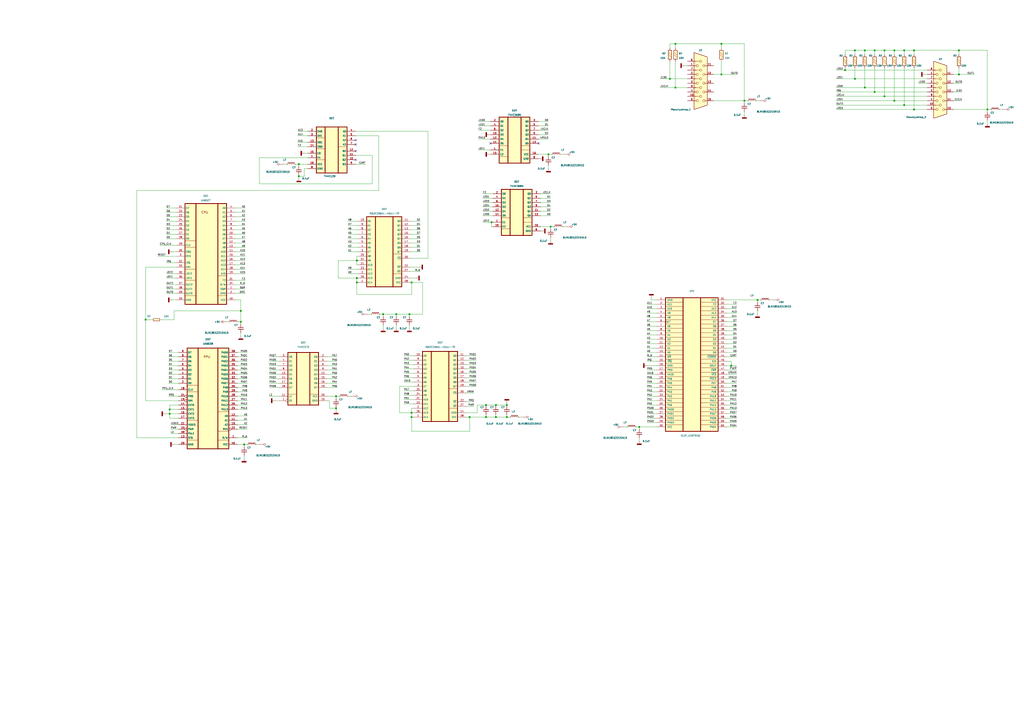
<source format=kicad_sch>
(kicad_sch (version 20211123) (generator eeschema)
  (paper "A2")
  (junction (at 518.795 58.42))
  (junction (at 518.795 29.21))
  (junction (at 281.94 241.935))
  (junction (at 319.405 131.445))
  (junction (at 370.84 247.65))
  (junction (at 207.01 151.13))
  (junction (at 194.945 236.855))
  (junction (at 238.76 163.83))
  (junction (at 98.425 240.03))
  (junction (at 572.77 63.5))
  (junction (at 513.08 55.88))
  (junction (at 207.01 161.29))
  (junction (at 287.655 241.935))
  (junction (at 524.51 60.96))
  (junction (at 490.22 40.64))
  (junction (at 556.26 43.18))
  (junction (at 294.005 241.935))
  (junction (at 238.76 241.935))
  (junction (at 194.945 229.87))
  (junction (at 530.225 63.5))
  (junction (at 173.355 95.25))
  (junction (at 84.455 185.42))
  (junction (at 439.42 173.99))
  (junction (at 391.795 25.4))
  (junction (at 418.465 43.18))
  (junction (at 495.935 45.72))
  (junction (at 141.605 257.81))
  (junction (at 98.425 237.49))
  (junction (at 530.225 29.21))
  (junction (at 513.08 29.21))
  (junction (at 318.135 89.535))
  (junction (at 495.935 29.21))
  (junction (at 424.18 212.09))
  (junction (at 222.25 182.245))
  (junction (at 173.355 102.235))
  (junction (at 287.655 234.95))
  (junction (at 388.62 45.72))
  (junction (at 139.7 180.34))
  (junction (at 507.365 53.34))
  (junction (at 238.76 239.395))
  (junction (at 507.365 29.21))
  (junction (at 229.87 182.245))
  (junction (at 556.26 29.21))
  (junction (at 294.005 234.95))
  (junction (at 207.01 163.83))
  (junction (at 272.415 241.935))
  (junction (at 281.94 234.95))
  (junction (at 285.115 128.905))
  (junction (at 501.65 29.21))
  (junction (at 237.49 182.245))
  (junction (at 431.8 58.42))
  (junction (at 391.795 50.8))
  (junction (at 139.7 186.69))
  (junction (at 501.65 50.8))
  (junction (at 418.465 25.4))
  (junction (at 524.51 29.21))
  (no_connect (at 206.375 83.82))
  (no_connect (at 206.375 87.63))
  (no_connect (at 284.48 83.185))
  (no_connect (at 206.375 92.71))
  (no_connect (at 206.375 81.28))
  (no_connect (at 312.42 83.185))
  (wire (pts (xy 553.085 48.26) (xy 558.165 48.26)))
  (wire (pts (xy 136.525 165.1) (xy 142.24 165.1)))
  (wire (pts (xy 321.31 131.445) (xy 319.405 131.445)))
  (wire (pts (xy 375.285 240.03) (xy 381 240.03)))
  (wire (pts (xy 427.355 184.15) (xy 421.64 184.15)))
  (wire (pts (xy 234.315 231.775) (xy 240.03 231.775)))
  (wire (pts (xy 136.525 120.65) (xy 142.24 120.65)))
  (wire (pts (xy 427.355 207.01) (xy 421.64 207.01)))
  (wire (pts (xy 427.355 245.11) (xy 421.64 245.11)))
  (wire (pts (xy 207.01 148.59) (xy 207.01 151.13)))
  (wire (pts (xy 195.58 224.79) (xy 189.865 224.79)))
  (wire (pts (xy 136.525 128.27) (xy 142.24 128.27)))
  (wire (pts (xy 294.005 234.95) (xy 294.005 233.68)))
  (wire (pts (xy 441.325 173.99) (xy 439.42 173.99)))
  (wire (pts (xy 215.9 90.17) (xy 206.375 90.17)))
  (wire (pts (xy 427.355 196.85) (xy 421.64 196.85)))
  (wire (pts (xy 136.525 170.18) (xy 142.24 170.18)))
  (wire (pts (xy 427.355 222.25) (xy 421.64 222.25)))
  (wire (pts (xy 99.06 251.46) (xy 103.505 251.46)))
  (wire (pts (xy 318.135 95.885) (xy 318.135 97.79)))
  (wire (pts (xy 391.795 25.4) (xy 391.795 27.94)))
  (wire (pts (xy 222.25 182.245) (xy 229.87 182.245)))
  (wire (pts (xy 238.125 163.83) (xy 238.76 163.83)))
  (wire (pts (xy 156.21 222.25) (xy 161.925 222.25)))
  (wire (pts (xy 501.65 29.21) (xy 507.365 29.21)))
  (wire (pts (xy 485.14 60.96) (xy 524.51 60.96)))
  (wire (pts (xy 173.355 101.6) (xy 173.355 102.235)))
  (wire (pts (xy 524.51 60.96) (xy 537.845 60.96)))
  (wire (pts (xy 556.26 39.37) (xy 556.26 43.18)))
  (wire (pts (xy 91.44 148.59) (xy 102.235 148.59)))
  (wire (pts (xy 97.79 219.71) (xy 103.505 219.71)))
  (wire (pts (xy 96.52 170.18) (xy 102.235 170.18)))
  (wire (pts (xy 495.935 39.37) (xy 495.935 45.72)))
  (wire (pts (xy 485.14 40.64) (xy 490.22 40.64)))
  (wire (pts (xy 280.035 125.095) (xy 285.75 125.095)))
  (wire (pts (xy 574.675 63.5) (xy 572.77 63.5)))
  (wire (pts (xy 156.21 229.87) (xy 161.925 229.87)))
  (wire (pts (xy 414.02 58.42) (xy 431.8 58.42)))
  (wire (pts (xy 137.795 246.38) (xy 143.51 246.38)))
  (wire (pts (xy 156.21 224.79) (xy 161.925 224.79)))
  (wire (pts (xy 96.52 128.27) (xy 102.235 128.27)))
  (wire (pts (xy 391.795 50.8) (xy 398.78 50.8)))
  (wire (pts (xy 530.225 39.37) (xy 530.225 63.5)))
  (wire (pts (xy 98.425 234.95) (xy 98.425 237.49)))
  (wire (pts (xy 277.495 70.485) (xy 284.48 70.485)))
  (wire (pts (xy 234.315 221.615) (xy 240.03 221.615)))
  (wire (pts (xy 439.42 173.99) (xy 439.42 175.26)))
  (wire (pts (xy 370.84 247.65) (xy 370.84 248.92)))
  (wire (pts (xy 312.42 73.025) (xy 318.135 73.025)))
  (wire (pts (xy 201.93 138.43) (xy 207.645 138.43)))
  (wire (pts (xy 219.71 110.49) (xy 219.71 78.74)))
  (wire (pts (xy 237.49 182.245) (xy 237.49 183.515)))
  (wire (pts (xy 572.77 69.85) (xy 572.77 71.755)))
  (wire (pts (xy 427.355 212.09) (xy 424.18 212.09)))
  (wire (pts (xy 141.605 257.81) (xy 141.605 259.08)))
  (wire (pts (xy 530.225 29.21) (xy 556.26 29.21)))
  (wire (pts (xy 97.79 217.17) (xy 103.505 217.17)))
  (wire (pts (xy 418.465 43.18) (xy 427.99 43.18)))
  (wire (pts (xy 485.14 58.42) (xy 518.795 58.42)))
  (wire (pts (xy 195.58 207.01) (xy 189.865 207.01)))
  (wire (pts (xy 507.365 39.37) (xy 507.365 53.34)))
  (wire (pts (xy 79.375 110.49) (xy 219.71 110.49)))
  (wire (pts (xy 222.25 182.245) (xy 222.25 183.515)))
  (wire (pts (xy 201.93 130.81) (xy 207.645 130.81)))
  (wire (pts (xy 427.355 179.07) (xy 421.64 179.07)))
  (wire (pts (xy 96.52 165.1) (xy 102.235 165.1)))
  (wire (pts (xy 156.21 217.17) (xy 161.925 217.17)))
  (wire (pts (xy 370.84 247.65) (xy 381 247.65)))
  (wire (pts (xy 207.01 163.83) (xy 207.01 170.815)))
  (wire (pts (xy 381 196.85) (xy 375.285 196.85)))
  (wire (pts (xy 137.795 219.71) (xy 143.51 219.71)))
  (wire (pts (xy 320.04 89.535) (xy 318.135 89.535)))
  (wire (pts (xy 234.315 234.315) (xy 240.03 234.315)))
  (wire (pts (xy 375.285 232.41) (xy 381 232.41)))
  (wire (pts (xy 156.21 214.63) (xy 161.925 214.63)))
  (wire (pts (xy 139.7 180.34) (xy 139.7 186.69)))
  (wire (pts (xy 532.765 48.26) (xy 537.845 48.26)))
  (wire (pts (xy 274.955 233.045) (xy 270.51 233.045)))
  (wire (pts (xy 270.51 241.935) (xy 272.415 241.935)))
  (wire (pts (xy 136.525 167.64) (xy 142.24 167.64)))
  (wire (pts (xy 328.295 131.445) (xy 326.39 131.445)))
  (wire (pts (xy 313.69 112.395) (xy 319.405 112.395)))
  (wire (pts (xy 375.285 237.49) (xy 381 237.49)))
  (wire (pts (xy 234.315 211.455) (xy 240.03 211.455)))
  (wire (pts (xy 427.355 224.79) (xy 421.64 224.79)))
  (wire (pts (xy 375.285 217.17) (xy 381 217.17)))
  (wire (pts (xy 195.58 209.55) (xy 189.865 209.55)))
  (wire (pts (xy 150.495 106.68) (xy 215.9 106.68)))
  (wire (pts (xy 274.955 227.965) (xy 270.51 227.965)))
  (wire (pts (xy 207.01 151.13) (xy 196.215 151.13)))
  (wire (pts (xy 97.79 204.47) (xy 103.505 204.47)))
  (wire (pts (xy 553.085 43.18) (xy 556.26 43.18)))
  (wire (pts (xy 283.845 89.535) (xy 284.48 89.535)))
  (wire (pts (xy 99.695 173.99) (xy 102.235 173.99)))
  (wire (pts (xy 238.125 161.29) (xy 241.3 161.29)))
  (wire (pts (xy 97.79 212.09) (xy 103.505 212.09)))
  (wire (pts (xy 427.355 227.33) (xy 421.64 227.33)))
  (wire (pts (xy 281.94 241.935) (xy 287.655 241.935)))
  (wire (pts (xy 427.355 242.57) (xy 421.64 242.57)))
  (wire (pts (xy 388.62 45.72) (xy 398.78 45.72)))
  (wire (pts (xy 427.355 186.69) (xy 421.64 186.69)))
  (wire (pts (xy 270.51 206.375) (xy 276.225 206.375)))
  (wire (pts (xy 280.035 114.935) (xy 285.75 114.935)))
  (wire (pts (xy 238.76 170.815) (xy 238.76 163.83)))
  (wire (pts (xy 490.22 40.64) (xy 537.845 40.64)))
  (wire (pts (xy 312.42 75.565) (xy 318.135 75.565)))
  (wire (pts (xy 485.14 55.88) (xy 513.08 55.88)))
  (wire (pts (xy 137.795 241.3) (xy 143.51 241.3)))
  (wire (pts (xy 427.355 219.71) (xy 421.64 219.71)))
  (wire (pts (xy 201.93 133.35) (xy 207.645 133.35)))
  (wire (pts (xy 375.285 229.87) (xy 381 229.87)))
  (wire (pts (xy 581.66 63.5) (xy 579.755 63.5)))
  (wire (pts (xy 381 201.93) (xy 375.285 201.93)))
  (wire (pts (xy 96.52 167.64) (xy 102.235 167.64)))
  (wire (pts (xy 427.355 191.77) (xy 421.64 191.77)))
  (wire (pts (xy 313.69 125.095) (xy 319.405 125.095)))
  (wire (pts (xy 238.76 241.935) (xy 238.76 239.395)))
  (wire (pts (xy 234.315 206.375) (xy 240.03 206.375)))
  (wire (pts (xy 137.795 186.69) (xy 139.7 186.69)))
  (wire (pts (xy 283.845 78.105) (xy 284.48 78.105)))
  (wire (pts (xy 215.9 106.68) (xy 215.9 90.17)))
  (wire (pts (xy 189.865 232.41) (xy 191.135 232.41)))
  (wire (pts (xy 203.835 229.87) (xy 201.93 229.87)))
  (wire (pts (xy 427.355 229.87) (xy 421.64 229.87)))
  (wire (pts (xy 388.62 35.56) (xy 388.62 45.72)))
  (wire (pts (xy 137.795 237.49) (xy 143.51 237.49)))
  (wire (pts (xy 276.86 239.395) (xy 276.86 234.95)))
  (wire (pts (xy 201.93 128.27) (xy 207.645 128.27)))
  (wire (pts (xy 433.705 58.42) (xy 431.8 58.42)))
  (wire (pts (xy 270.51 211.455) (xy 276.225 211.455)))
  (wire (pts (xy 172.72 76.2) (xy 178.435 76.2)))
  (wire (pts (xy 313.69 131.445) (xy 319.405 131.445)))
  (wire (pts (xy 136.525 156.21) (xy 142.24 156.21)))
  (wire (pts (xy 207.01 151.13) (xy 207.01 153.67)))
  (wire (pts (xy 207.01 170.815) (xy 238.76 170.815)))
  (wire (pts (xy 201.93 135.89) (xy 207.645 135.89)))
  (wire (pts (xy 136.525 162.56) (xy 142.24 162.56)))
  (wire (pts (xy 96.52 138.43) (xy 102.235 138.43)))
  (wire (pts (xy 238.76 239.395) (xy 238.76 236.855)))
  (wire (pts (xy 220.345 182.245) (xy 222.25 182.245)))
  (wire (pts (xy 375.285 214.63) (xy 381 214.63)))
  (wire (pts (xy 524.51 39.37) (xy 524.51 60.96)))
  (wire (pts (xy 238.76 250.19) (xy 272.415 250.19)))
  (wire (pts (xy 418.465 25.4) (xy 418.465 27.94)))
  (wire (pts (xy 136.525 138.43) (xy 142.24 138.43)))
  (wire (pts (xy 370.84 254) (xy 370.84 255.905)))
  (wire (pts (xy 490.22 29.21) (xy 495.935 29.21)))
  (wire (pts (xy 136.525 143.51) (xy 142.24 143.51)))
  (wire (pts (xy 280.035 122.555) (xy 285.75 122.555)))
  (wire (pts (xy 201.93 156.21) (xy 207.645 156.21)))
  (wire (pts (xy 171.45 95.25) (xy 173.355 95.25)))
  (wire (pts (xy 191.135 232.41) (xy 191.135 236.855)))
  (wire (pts (xy 137.795 207.01) (xy 143.51 207.01)))
  (wire (pts (xy 427.355 176.53) (xy 421.64 176.53)))
  (wire (pts (xy 424.18 212.09) (xy 421.64 212.09)))
  (wire (pts (xy 238.76 241.935) (xy 240.03 241.935)))
  (wire (pts (xy 414.02 43.18) (xy 418.465 43.18)))
  (wire (pts (xy 150.495 257.81) (xy 148.59 257.81)))
  (wire (pts (xy 207.01 161.29) (xy 207.01 163.83)))
  (wire (pts (xy 136.525 125.73) (xy 142.24 125.73)))
  (wire (pts (xy 156.21 212.09) (xy 161.925 212.09)))
  (wire (pts (xy 281.94 234.95) (xy 281.94 235.585)))
  (wire (pts (xy 139.7 186.69) (xy 139.7 187.96)))
  (wire (pts (xy 424.18 209.55) (xy 424.18 212.09)))
  (wire (pts (xy 159.385 232.41) (xy 161.925 232.41)))
  (wire (pts (xy 96.52 123.19) (xy 102.235 123.19)))
  (wire (pts (xy 195.58 217.17) (xy 189.865 217.17)))
  (wire (pts (xy 507.365 29.21) (xy 513.08 29.21)))
  (wire (pts (xy 318.135 89.535) (xy 318.135 90.805)))
  (wire (pts (xy 485.14 53.34) (xy 507.365 53.34)))
  (wire (pts (xy 243.84 138.43) (xy 238.125 138.43)))
  (wire (pts (xy 495.935 29.21) (xy 495.935 31.75)))
  (wire (pts (xy 150.495 91.44) (xy 150.495 106.68)))
  (wire (pts (xy 427.355 237.49) (xy 421.64 237.49)))
  (wire (pts (xy 381 194.31) (xy 375.285 194.31)))
  (wire (pts (xy 280.035 117.475) (xy 285.75 117.475)))
  (wire (pts (xy 272.415 250.19) (xy 272.415 241.935)))
  (wire (pts (xy 98.425 242.57) (xy 103.505 242.57)))
  (wire (pts (xy 524.51 29.21) (xy 524.51 31.75)))
  (wire (pts (xy 572.77 63.5) (xy 572.77 64.77)))
  (wire (pts (xy 84.455 232.41) (xy 84.455 185.42)))
  (wire (pts (xy 495.935 45.72) (xy 537.845 45.72)))
  (wire (pts (xy 195.58 222.25) (xy 189.865 222.25)))
  (wire (pts (xy 207.01 148.59) (xy 207.645 148.59)))
  (wire (pts (xy 495.935 29.21) (xy 501.65 29.21)))
  (wire (pts (xy 421.64 209.55) (xy 424.18 209.55)))
  (wire (pts (xy 173.355 95.25) (xy 178.435 95.25)))
  (wire (pts (xy 136.525 153.67) (xy 142.24 153.67)))
  (wire (pts (xy 272.415 241.935) (xy 281.94 241.935)))
  (wire (pts (xy 206.375 76.2) (xy 248.285 76.2)))
  (wire (pts (xy 381 186.69) (xy 375.285 186.69)))
  (wire (pts (xy 234.315 226.695) (xy 240.03 226.695)))
  (wire (pts (xy 176.53 97.79) (xy 176.53 102.235)))
  (wire (pts (xy 381 181.61) (xy 375.285 181.61)))
  (wire (pts (xy 556.26 29.21) (xy 556.26 31.75)))
  (wire (pts (xy 396.875 38.1) (xy 398.78 38.1)))
  (wire (pts (xy 137.795 254) (xy 143.51 254)))
  (wire (pts (xy 313.69 133.985) (xy 314.325 133.985)))
  (wire (pts (xy 313.69 114.935) (xy 319.405 114.935)))
  (wire (pts (xy 553.085 63.5) (xy 572.77 63.5)))
  (wire (pts (xy 201.93 146.05) (xy 207.645 146.05)))
  (wire (pts (xy 137.795 204.47) (xy 143.51 204.47)))
  (wire (pts (xy 431.8 58.42) (xy 431.8 59.69)))
  (wire (pts (xy 375.285 222.25) (xy 381 222.25)))
  (wire (pts (xy 231.775 239.395) (xy 238.76 239.395)))
  (wire (pts (xy 427.355 199.39) (xy 421.64 199.39)))
  (wire (pts (xy 427.355 247.65) (xy 421.64 247.65)))
  (wire (pts (xy 172.72 78.74) (xy 178.435 78.74)))
  (wire (pts (xy 84.455 185.42) (xy 84.455 154.94)))
  (wire (pts (xy 431.8 25.4) (xy 431.8 58.42)))
  (wire (pts (xy 388.62 25.4) (xy 391.795 25.4)))
  (wire (pts (xy 93.98 226.06) (xy 103.505 226.06)))
  (wire (pts (xy 99.695 146.05) (xy 102.235 146.05)))
  (wire (pts (xy 139.7 193.04) (xy 139.7 194.945)))
  (wire (pts (xy 507.365 53.34) (xy 537.845 53.34)))
  (wire (pts (xy 201.93 143.51) (xy 207.645 143.51)))
  (wire (pts (xy 238.125 157.48) (xy 243.84 157.48)))
  (wire (pts (xy 137.795 227.33) (xy 143.51 227.33)))
  (wire (pts (xy 97.79 207.01) (xy 103.505 207.01)))
  (wire (pts (xy 287.655 241.935) (xy 294.005 241.935)))
  (wire (pts (xy 229.87 182.245) (xy 229.87 183.515)))
  (wire (pts (xy 240.03 224.155) (xy 231.775 224.155)))
  (wire (pts (xy 178.435 91.44) (xy 150.495 91.44)))
  (wire (pts (xy 137.795 229.87) (xy 143.51 229.87)))
  (wire (pts (xy 137.795 232.41) (xy 143.51 232.41)))
  (wire (pts (xy 137.795 222.25) (xy 143.51 222.25)))
  (wire (pts (xy 507.365 29.21) (xy 507.365 31.75)))
  (wire (pts (xy 96.52 130.81) (xy 102.235 130.81)))
  (wire (pts (xy 243.84 140.97) (xy 238.125 140.97)))
  (wire (pts (xy 243.84 143.51) (xy 238.125 143.51)))
  (wire (pts (xy 501.65 39.37) (xy 501.65 50.8)))
  (wire (pts (xy 276.86 234.95) (xy 281.94 234.95)))
  (wire (pts (xy 136.525 158.75) (xy 142.24 158.75)))
  (wire (pts (xy 93.345 185.42) (xy 100.965 185.42)))
  (wire (pts (xy 100.965 257.81) (xy 103.505 257.81)))
  (wire (pts (xy 448.31 173.99) (xy 446.405 173.99)))
  (wire (pts (xy 98.425 237.49) (xy 98.425 240.03)))
  (wire (pts (xy 136.525 151.13) (xy 142.24 151.13)))
  (wire (pts (xy 427.355 204.47) (xy 421.64 204.47)))
  (wire (pts (xy 280.035 112.395) (xy 285.75 112.395)))
  (wire (pts (xy 375.285 207.01) (xy 381 207.01)))
  (wire (pts (xy 196.215 161.29) (xy 207.01 161.29)))
  (wire (pts (xy 381 199.39) (xy 375.285 199.39)))
  (wire (pts (xy 375.285 227.33) (xy 381 227.33)))
  (wire (pts (xy 238.76 250.19) (xy 238.76 241.935)))
  (wire (pts (xy 176.53 88.9) (xy 178.435 88.9)))
  (wire (pts (xy 381 191.77) (xy 375.285 191.77)))
  (wire (pts (xy 427.355 201.93) (xy 421.64 201.93)))
  (wire (pts (xy 98.425 240.03) (xy 98.425 242.57)))
  (wire (pts (xy 427.355 194.31) (xy 421.64 194.31)))
  (wire (pts (xy 427.355 240.03) (xy 421.64 240.03)))
  (wire (pts (xy 375.285 245.11) (xy 381 245.11)))
  (wire (pts (xy 136.525 148.59) (xy 142.24 148.59)))
  (wire (pts (xy 95.885 240.03) (xy 98.425 240.03)))
  (wire (pts (xy 382.905 45.72) (xy 388.62 45.72)))
  (wire (pts (xy 231.775 224.155) (xy 231.775 239.395)))
  (wire (pts (xy 207.01 153.67) (xy 207.645 153.67)))
  (wire (pts (xy 189.865 229.87) (xy 194.945 229.87)))
  (wire (pts (xy 513.08 29.21) (xy 513.08 31.75)))
  (wire (pts (xy 201.93 140.97) (xy 207.645 140.97)))
  (wire (pts (xy 92.71 142.24) (xy 102.235 142.24)))
  (wire (pts (xy 553.085 58.42) (xy 558.165 58.42)))
  (wire (pts (xy 518.795 29.21) (xy 524.51 29.21)))
  (wire (pts (xy 237.49 188.595) (xy 237.49 190.5)))
  (wire (pts (xy 191.135 236.855) (xy 194.945 236.855)))
  (wire (pts (xy 137.795 217.17) (xy 143.51 217.17)))
  (wire (pts (xy 294.005 235.585) (xy 294.005 234.95)))
  (wire (pts (xy 319.405 131.445) (xy 319.405 132.715)))
  (wire (pts (xy 375.285 212.09) (xy 381 212.09)))
  (wire (pts (xy 97.79 229.87) (xy 103.505 229.87)))
  (wire (pts (xy 427.355 217.17) (xy 421.64 217.17)))
  (wire (pts (xy 427.355 234.95) (xy 421.64 234.95)))
  (wire (pts (xy 270.51 213.995) (xy 276.225 213.995)))
  (wire (pts (xy 518.795 29.21) (xy 518.795 31.75)))
  (wire (pts (xy 327.025 89.535) (xy 325.12 89.535)))
  (wire (pts (xy 248.285 76.2) (xy 248.285 149.86)))
  (wire (pts (xy 287.655 240.665) (xy 287.655 241.935)))
  (wire (pts (xy 418.465 25.4) (xy 431.8 25.4)))
  (wire (pts (xy 194.945 229.87) (xy 194.945 231.14)))
  (wire (pts (xy 375.285 204.47) (xy 381 204.47)))
  (wire (pts (xy 238.125 146.05) (xy 243.84 146.05)))
  (wire (pts (xy 79.375 254) (xy 79.375 110.49)))
  (wire (pts (xy 229.87 188.595) (xy 229.87 190.5)))
  (wire (pts (xy 195.58 212.09) (xy 189.865 212.09)))
  (wire (pts (xy 490.22 39.37) (xy 490.22 40.64)))
  (wire (pts (xy 96.52 158.75) (xy 102.235 158.75)))
  (wire (pts (xy 295.91 241.935) (xy 294.005 241.935)))
  (wire (pts (xy 439.42 180.34) (xy 439.42 182.245)))
  (wire (pts (xy 485.14 50.8) (xy 501.65 50.8)))
  (wire (pts (xy 99.06 246.38) (xy 103.505 246.38)))
  (wire (pts (xy 176.53 102.235) (xy 173.355 102.235)))
  (wire (pts (xy 312.42 92.075) (xy 313.055 92.075)))
  (wire (pts (xy 207.01 163.83) (xy 207.645 163.83)))
  (wire (pts (xy 238.76 239.395) (xy 240.03 239.395)))
  (wire (pts (xy 243.84 135.89) (xy 238.125 135.89)))
  (wire (pts (xy 97.79 214.63) (xy 103.505 214.63)))
  (wire (pts (xy 277.495 86.995) (xy 284.48 86.995)))
  (wire (pts (xy 381 184.15) (xy 375.285 184.15)))
  (wire (pts (xy 281.94 240.665) (xy 281.94 241.935)))
  (wire (pts (xy 136.525 133.35) (xy 142.24 133.35)))
  (wire (pts (xy 375.285 242.57) (xy 381 242.57)))
  (wire (pts (xy 536.575 43.18) (xy 537.845 43.18)))
  (wire (pts (xy 530.225 29.21) (xy 530.225 31.75)))
  (wire (pts (xy 427.355 232.41) (xy 421.64 232.41)))
  (wire (pts (xy 99.06 248.92) (xy 103.505 248.92)))
  (wire (pts (xy 312.42 78.105) (xy 318.135 78.105)))
  (wire (pts (xy 277.495 80.645) (xy 284.48 80.645)))
  (wire (pts (xy 427.355 189.23) (xy 421.64 189.23)))
  (wire (pts (xy 194.945 236.855) (xy 194.945 238.125)))
  (wire (pts (xy 136.525 140.97) (xy 142.24 140.97)))
  (wire (pts (xy 100.965 185.42) (xy 100.965 180.34)))
  (wire (pts (xy 572.77 63.5) (xy 572.77 29.21)))
  (wire (pts (xy 243.84 133.35) (xy 238.125 133.35)))
  (wire (pts (xy 84.455 185.42) (xy 88.265 185.42)))
  (wire (pts (xy 176.53 97.79) (xy 178.435 97.79)))
  (wire (pts (xy 173.355 95.25) (xy 173.355 96.52)))
  (wire (pts (xy 281.94 234.95) (xy 287.655 234.95)))
  (wire (pts (xy 440.69 58.42) (xy 438.785 58.42)))
  (wire (pts (xy 137.795 214.63) (xy 143.51 214.63)))
  (wire (pts (xy 139.7 173.99) (xy 139.7 180.34)))
  (wire (pts (xy 382.905 50.8) (xy 391.795 50.8)))
  (wire (pts (xy 136.525 130.81) (xy 142.24 130.81)))
  (wire (pts (xy 490.22 31.75) (xy 490.22 29.21)))
  (wire (pts (xy 222.25 188.595) (xy 222.25 190.5)))
  (wire (pts (xy 136.525 146.05) (xy 142.24 146.05)))
  (wire (pts (xy 206.375 95.25) (xy 212.09 95.25)))
  (wire (pts (xy 556.26 43.18) (xy 565.15 43.18)))
  (wire (pts (xy 201.93 158.75) (xy 207.645 158.75)))
  (wire (pts (xy 375.285 234.95) (xy 381 234.95)))
  (wire (pts (xy 391.795 35.56) (xy 391.795 50.8)))
  (wire (pts (xy 377.825 173.99) (xy 377.825 172.72)))
  (wire (pts (xy 156.21 209.55) (xy 161.925 209.55)))
  (wire (pts (xy 285.75 131.445) (xy 285.115 131.445)))
  (wire (pts (xy 96.52 133.35) (xy 102.235 133.35)))
  (wire (pts (xy 143.51 257.81) (xy 141.605 257.81)))
  (wire (pts (xy 238.125 149.86) (xy 248.285 149.86)))
  (wire (pts (xy 530.225 63.5) (xy 537.845 63.5)))
  (wire (pts (xy 302.895 241.935) (xy 300.99 241.935)))
  (wire (pts (xy 196.85 229.87) (xy 194.945 229.87)))
  (wire (pts (xy 319.405 137.795) (xy 319.405 139.7)))
  (wire (pts (xy 375.285 209.55) (xy 381 209.55)))
  (wire (pts (xy 97.79 222.25) (xy 103.505 222.25)))
  (wire (pts (xy 130.81 186.69) (xy 132.715 186.69)))
  (wire (pts (xy 195.58 214.63) (xy 189.865 214.63)))
  (wire (pts (xy 234.315 213.995) (xy 240.03 213.995)))
  (wire (pts (xy 280.035 120.015) (xy 285.75 120.015)))
  (wire (pts (xy 501.65 29.21) (xy 501.65 31.75)))
  (wire (pts (xy 156.21 207.01) (xy 161.925 207.01)))
  (wire (pts (xy 164.465 95.25) (xy 166.37 95.25)))
  (wire (pts (xy 313.69 117.475) (xy 319.405 117.475)))
  (wire (pts (xy 277.495 75.565) (xy 284.48 75.565)))
  (wire (pts (xy 172.72 82.55) (xy 178.435 82.55)))
  (wire (pts (xy 207.01 151.13) (xy 207.645 151.13)))
  (wire (pts (xy 96.52 161.29) (xy 102.235 161.29)))
  (wire (pts (xy 213.36 182.245) (xy 215.265 182.245)))
  (wire (pts (xy 270.51 219.075) (xy 276.225 219.075)))
  (wire (pts (xy 96.52 135.89) (xy 102.235 135.89)))
  (wire (pts (xy 173.355 102.235) (xy 173.355 103.505)))
  (wire (pts (xy 421.64 173.99) (xy 439.42 173.99)))
  (wire (pts (xy 96.52 152.4) (xy 102.235 152.4)))
  (wire (pts (xy 361.95 247.65) (xy 363.855 247.65)))
  (wire (pts (xy 270.51 224.155) (xy 276.225 224.155)))
  (wire (pts (xy 287.655 234.95) (xy 287.655 235.585)))
  (wire (pts (xy 196.215 151.13) (xy 196.215 161.29)))
  (wire (pts (xy 103.505 254) (xy 79.375 254)))
  (wire (pts (xy 285.115 131.445) (xy 285.115 128.905)))
  (wire (pts (xy 501.65 50.8) (xy 537.845 50.8)))
  (wire (pts (xy 375.285 224.79) (xy 381 224.79)))
  (wire (pts (xy 237.49 182.245) (xy 245.11 182.245)))
  (wire (pts (xy 312.42 80.645) (xy 318.135 80.645)))
  (wire (pts (xy 243.84 130.81) (xy 238.125 130.81)))
  (wire (pts (xy 100.965 180.34) (xy 139.7 180.34)))
  (wire (pts (xy 136.525 123.19) (xy 142.24 123.19)))
  (wire (pts (xy 172.72 85.09) (xy 178.435 85.09)))
  (wire (pts (xy 427.355 214.63) (xy 421.64 214.63)))
  (wire (pts (xy 274.955 235.585) (xy 270.51 235.585)))
  (wire (pts (xy 234.315 229.235) (xy 240.03 229.235)))
  (wire (pts (xy 96.52 125.73) (xy 102.235 125.73)))
  (wire (pts (xy 229.87 182.245) (xy 237.49 182.245)))
  (wire (pts (xy 285.115 128.905) (xy 285.75 128.905)))
  (wire (pts (xy 136.525 135.89) (xy 142.24 135.89)))
  (wire (pts (xy 572.77 29.21) (xy 556.26 29.21)))
  (wire (pts (xy 524.51 29.21) (xy 530.225 29.21)))
  (wire (pts (xy 137.795 212.09) (xy 143.51 212.09)))
  (wire (pts (xy 96.52 120.65) (xy 102.235 120.65)))
  (wire (pts (xy 98.425 237.49) (xy 103.505 237.49)))
  (wire (pts (xy 427.355 181.61) (xy 421.64 181.61)))
  (wire (pts (xy 234.315 208.915) (xy 240.03 208.915)))
  (wire (pts (xy 388.62 27.94) (xy 388.62 25.4)))
  (wire (pts (xy 294.005 241.935) (xy 294.005 240.665)))
  (wire (pts (xy 103.505 234.95) (xy 98.425 234.95)))
  (wire (pts (xy 312.42 89.535) (xy 318.135 89.535)))
  (wire (pts (xy 234.315 216.535) (xy 240.03 216.535)))
  (wire (pts (xy 513.08 39.37) (xy 513.08 55.88)))
  (wire (pts (xy 207.01 161.29) (xy 207.645 161.29)))
  (wire (pts (xy 245.11 182.245) (xy 245.11 163.83)))
  (wire (pts (xy 84.455 154.94) (xy 102.235 154.94)))
  (wire (pts (xy 313.69 120.015) (xy 319.405 120.015)))
  (wire (pts (xy 518.795 39.37) (xy 518.795 58.42)))
  (wire (pts (xy 270.51 221.615) (xy 276.225 221.615)))
  (wire (pts (xy 137.795 209.55) (xy 143.51 209.55)))
  (wire (pts (xy 141.605 264.16) (xy 141.605 266.065)))
  (wire (pts (xy 391.795 25.4) (xy 418.465 25.4)))
  (wire (pts (xy 431.8 64.77) (xy 431.8 66.675)))
  (wire (pts (xy 137.795 224.79) (xy 143.51 224.79)))
  (wire (pts (xy 136.525 173.99) (xy 139.7 173.99)))
  (wire (pts (xy 418.465 35.56) (xy 418.465 43.18)))
  (wire (pts (xy 485.14 63.5) (xy 530.225 63.5)))
  (wire (pts (xy 312.42 70.485) (xy 318.135 70.485)))
  (wire (pts (xy 137.795 257.81) (xy 141.605 257.81)))
  (wire (pts (xy 98.425 240.03) (xy 103.505 240.03)))
  (wire (pts (xy 381 173.99) (xy 377.825 173.99)))
  (wire (pts (xy 375.285 219.71) (xy 381 219.71)))
  (wire (pts (xy 234.315 219.075) (xy 240.03 219.075)))
  (wire (pts (xy 103.505 232.41) (xy 84.455 232.41)))
  (wire (pts (xy 270.51 208.915) (xy 276.225 208.915)))
  (wire (pts (xy 287.655 234.95) (xy 294.005 234.95)))
  (wire (pts (xy 137.795 243.84) (xy 143.51 243.84)))
  (wire (pts (xy 219.71 78.74) (xy 206.375 78.74)))
  (wire (pts (xy 243.84 128.27) (xy 238.125 128.27)))
  (wire (pts (xy 238.125 154.94) (xy 243.205 154.94)))
  (wire (pts (xy 194.945 236.22) (xy 194.945 236.855)))
  (wire (pts (xy 381 189.23) (xy 375.285 189.23)))
  (wire (pts (xy 137.795 234.95) (xy 143.51 234.95)))
  (wire (pts (xy 137.795 248.92) (xy 143.51 248.92)))
  (wire (pts (xy 485.14 45.72) (xy 495.935 45.72)))
  (wire (pts (xy 518.795 58.42) (xy 537.845 58.42)))
  (wire (pts (xy 245.11 163.83) (xy 238.76 163.83)))
  (wire (pts (xy 553.085 53.34) (xy 558.165 53.34)))
  (wire (pts (xy 277.495 73.025) (xy 284.48 73.025)))
  (wire (pts (xy 238.76 236.855) (xy 240.03 236.855)))
  (wire (pts (xy 313.69 122.555) (xy 319.405 122.555)))
  (wire (pts (xy 270.51 216.535) (xy 276.225 216.535)))
  (wire (pts (xy 97.79 209.55) (xy 103.505 209.55)))
  (wire (pts (xy 195.58 219.71) (xy 189.865 219.71)))
  (wire (pts (xy 381 179.07) (xy 375.285 179.07)))
  (wire (pts (xy 280.035 128.905) (xy 285.115 128.905)))
  (wire (pts (xy 513.08 55.88) (xy 537.845 55.88)))
  (wire (pts (xy 368.935 247.65) (xy 370.84 247.65)))
  (wire (pts (xy 513.08 29.21) (xy 518.795 29.21)))
  (wire (pts (xy 270.51 239.395) (xy 276.86 239.395)))
  (wire (pts (xy 156.21 219.71) (xy 161.925 219.71)))
  (wire (pts (xy 381 176.53) (xy 375.285 176.53)))
  (label "PA8" (at 427.355 224.79 180) (effects (font (size 1 1))))
  (label "D1" (at 319.405 114.935 180) (effects (font (size 1 1))))
  (label "JOY2" (at 96.52 158.75 0) (effects (font (size 1 1))))
  (label "D1" (at 427.355 201.93 180) (effects (font (size 1 1))))
  (label "A2" (at 201.93 143.51 0) (effects (font (size 1 1))))
  (label "D1" (at 243.84 143.51 180) (effects (font (size 1 1))))
  (label "R_W" (at 142.24 165.1 180) (effects (font (size 1 1))))
  (label "PWR" (at 427.355 214.63 180))
  (label "D7" (at 427.355 186.69 180) (effects (font (size 1 1))))
  (label "J1D0" (at 532.765 48.26 0) (effects (font (size 1 1))))
  (label "D2" (at 97.79 217.17 0) (effects (font (size 1 1))))
  (label "A9" (at 142.24 143.51 180) (effects (font (size 1 1))))
  (label "PA11" (at 143.51 232.41 180) (effects (font (size 1 1))))
  (label "PAD6" (at 276.225 219.075 180) (effects (font (size 1 1))))
  (label "A11" (at 375.285 176.53 0) (effects (font (size 1 1))))
  (label "D6" (at 427.355 189.23 180) (effects (font (size 1 1))))
  (label "PA10" (at 427.355 229.87 180) (effects (font (size 1 1))))
  (label "PA5" (at 234.315 216.535 0) (effects (font (size 1 1))))
  (label "D3" (at 243.84 140.97 180) (effects (font (size 1 1))))
  (label "PA11" (at 427.355 232.41 180) (effects (font (size 1 1))))
  (label "A8" (at 201.93 128.27 0) (effects (font (size 1 1))))
  (label "PA10" (at 143.51 229.87 180) (effects (font (size 1 1))))
  (label "PA9" (at 234.315 234.315 0) (effects (font (size 1 1))))
  (label "D2" (at 96.52 133.35 0) (effects (font (size 1 1))))
  (label "J2D3" (at 485.14 63.5 0) (effects (font (size 1 1))))
  (label "J2D1" (at 485.14 45.72 0) (effects (font (size 1 1))))
  (label "OUT0" (at 558.165 48.26 180) (effects (font (size 1 1))))
  (label "A9" (at 375.285 181.61 0) (effects (font (size 1 1))))
  (label "PA1" (at 375.285 232.41 0) (effects (font (size 1 1))))
  (label "D5" (at 427.355 191.77 180) (effects (font (size 1 1))))
  (label "IRQ" (at 375.285 209.55 0) (effects (font (size 1 1))))
  (label "PA4" (at 375.285 224.79 0) (effects (font (size 1 1))))
  (label "nPA13" (at 427.355 219.71 180) (effects (font (size 1 1))))
  (label "D3" (at 97.79 214.63 0) (effects (font (size 1 1))))
  (label "R_W" (at 375.285 207.01 0) (effects (font (size 1 1))))
  (label "PAD6" (at 427.355 242.57 180) (effects (font (size 1 1))))
  (label "F2" (at 280.035 112.395 0) (effects (font (size 1 1))))
  (label "A5" (at 201.93 135.89 0) (effects (font (size 1 1))))
  (label "D6" (at 96.52 123.19 0) (effects (font (size 1 1))))
  (label "CART" (at 212.09 95.25 180) (effects (font (size 1 1))))
  (label "A7" (at 142.24 138.43 180) (effects (font (size 1 1))))
  (label "PAD4" (at 143.51 214.63 180) (effects (font (size 1 1))))
  (label "PAD2" (at 276.225 208.915 180) (effects (font (size 1 1))))
  (label "LE" (at 99.06 251.46 0) (effects (font (size 1 1))))
  (label "PAD0" (at 143.51 204.47 180) (effects (font (size 1 1))))
  (label "VIDEO" (at 99.06 246.38 0) (effects (font (size 1 1))))
  (label "PA0" (at 234.315 206.375 0) (effects (font (size 1 1))))
  (label "D2" (at 319.405 122.555 180) (effects (font (size 1 1))))
  (label "PA5" (at 195.58 209.55 180) (effects (font (size 1 1))))
  (label "PA6" (at 195.58 224.79 180) (effects (font (size 1 1))))
  (label "D7" (at 243.84 135.89 180) (effects (font (size 1 1))))
  (label "F2" (at 427.355 176.53 180) (effects (font (size 1 1))))
  (label "PAD6" (at 143.51 219.71 180) (effects (font (size 1 1))))
  (label "A14" (at 427.355 184.15 180) (effects (font (size 1 1))))
  (label "PWR" (at 274.955 235.585 180) (effects (font (size 1 1))))
  (label "D7" (at 97.79 204.47 0) (effects (font (size 1 1))))
  (label "PWR" (at 99.06 248.92 0) (effects (font (size 1 1))))
  (label "RESET" (at 91.44 148.59 0) (effects (font (size 1 1))))
  (label "A2" (at 375.285 199.39 0) (effects (font (size 1 1))))
  (label "PAD5" (at 427.355 245.11 180) (effects (font (size 1 1))))
  (label "J1CLK" (at 558.165 58.42 180) (effects (font (size 1 1))))
  (label "J2D4" (at 485.14 58.42 0) (effects (font (size 1 1))))
  (label "PA13" (at 277.495 80.645 0) (effects (font (size 1 1))))
  (label "A9" (at 201.93 156.21 0) (effects (font (size 1 1))))
  (label "A15" (at 142.24 158.75 180) (effects (font (size 1 1))))
  (label "A1" (at 142.24 123.19 180) (effects (font (size 1 1))))
  (label "OUT2" (at 96.52 165.1 0) (effects (font (size 1 1))))
  (label "OUT1" (at 565.15 43.18 180) (effects (font (size 1 1))))
  (label "nPA13" (at 318.135 80.645 180) (effects (font (size 1 1))))
  (label "J2D0" (at 485.14 50.8 0) (effects (font (size 1 1))))
  (label "A13" (at 142.24 153.67 180) (effects (font (size 1 1))))
  (label "A1" (at 143.51 243.84 180) (effects (font (size 1 1))))
  (label "PAD7" (at 156.21 207.01 0) (effects (font (size 1 1))))
  (label "J2D2" (at 280.035 122.555 0) (effects (font (size 1 1))))
  (label "PRD" (at 274.955 233.045 180) (effects (font (size 1 1))))
  (label "PA9" (at 427.355 227.33 180) (effects (font (size 1 1))))
  (label "R_W" (at 143.51 254 180) (effects (font (size 1 1))))
  (label "DMC" (at 142.24 170.18 180) (effects (font (size 1 1))))
  (label "A7" (at 375.285 186.69 0) (effects (font (size 1 1))))
  (label "J1D1" (at 277.495 73.025 0) (effects (font (size 1 1))))
  (label "D0" (at 319.405 125.095 180) (effects (font (size 1 1))))
  (label "A4" (at 142.24 130.81 180) (effects (font (size 1 1))))
  (label "A0" (at 142.24 120.65 180) (effects (font (size 1 1))))
  (label "D6" (at 97.79 207.01 0) (effects (font (size 1 1))))
  (label "PAD3" (at 375.285 245.11 0) (effects (font (size 1 1))))
  (label "PA13" (at 427.355 237.49 180) (effects (font (size 1 1))))
  (label "PAD6" (at 156.21 224.79 0) (effects (font (size 1 1))))
  (label "A8" (at 375.285 184.15 0) (effects (font (size 1 1))))
  (label "D4" (at 319.405 120.015 180) (effects (font (size 1 1))))
  (label "PA8" (at 143.51 224.79 180) (effects (font (size 1 1))))
  (label "J1D0" (at 382.905 45.72 0) (effects (font (size 1 1))))
  (label "VRAM" (at 274.955 227.965 180) (effects (font (size 1 1))))
  (label "PRD" (at 97.79 229.87 0) (effects (font (size 1 1))))
  (label "A12" (at 427.355 179.07 180) (effects (font (size 1 1))))
  (label "A2" (at 142.24 125.73 180) (effects (font (size 1 1))))
  (label "PRD" (at 375.285 214.63 0) (effects (font (size 1 1))))
  (label "PAD2" (at 143.51 209.55 180) (effects (font (size 1 1))))
  (label "PA3" (at 234.315 211.455 0) (effects (font (size 1 1))))
  (label "J2D4" (at 280.035 120.015 0) (effects (font (size 1 1))))
  (label "D0" (at 318.135 70.485 180) (effects (font (size 1 1))))
  (label "OUT0" (at 427.99 43.18 180) (effects (font (size 1 1))))
  (label "D1" (at 97.79 219.71 0) (effects (font (size 1 1))))
  (label "PAD5" (at 143.51 217.17 180) (effects (font (size 1 1))))
  (label "OUT0" (at 96.52 170.18 0) (effects (font (size 1 1))))
  (label "A7" (at 201.93 130.81 0) (effects (font (size 1 1))))
  (label "PAD1" (at 276.225 206.375 180) (effects (font (size 1 1))))
  (label "D3" (at 96.52 130.81 0) (effects (font (size 1 1))))
  (label "J1CLK" (at 318.135 75.565 180) (effects (font (size 1 1))))
  (label "LE" (at 156.21 229.87 0) (effects (font (size 1 1))))
  (label "A1" (at 375.285 201.93 0) (effects (font (size 1 1))))
  (label "IRQ" (at 485.14 53.34 0) (effects (font (size 1 1))))
  (label "F2" (at 277.495 75.565 0) (effects (font (size 1 1))))
  (label "OUT1" (at 96.52 167.64 0) (effects (font (size 1 1))))
  (label "PAD7" (at 427.355 240.03 180) (effects (font (size 1 1))))
  (label "A3" (at 375.285 196.85 0) (effects (font (size 1 1))))
  (label "A11" (at 142.24 148.59 180) (effects (font (size 1 1))))
  (label "PAD4" (at 156.21 222.25 0) (effects (font (size 1 1))))
  (label "D1" (at 318.135 73.025 180) (effects (font (size 1 1))))
  (label "RESET" (at 143.51 248.92 180) (effects (font (size 1 1))))
  (label "J2D3" (at 280.035 117.475 0) (effects (font (size 1 1))))
  (label "A0" (at 201.93 158.75 0) (effects (font (size 1 1))))
  (label "A15" (at 172.72 82.55 0) (effects (font (size 1 1))))
  (label "D1" (at 96.52 135.89 0) (effects (font (size 1 1))))
  (label "D3" (at 319.405 117.475 180) (effects (font (size 1 1))))
  (label "F2" (at 172.72 85.09 0) (effects (font (size 1 1))))
  (label "A14" (at 142.24 156.21 180) (effects (font (size 1 1))))
  (label "A8" (at 142.24 140.97 180) (effects (font (size 1 1))))
  (label "F2" (at 142.24 162.56 180) (effects (font (size 1 1))))
  (label "A4" (at 201.93 138.43 0) (effects (font (size 1 1))))
  (label "IRQ" (at 96.52 152.4 0) (effects (font (size 1 1))))
  (label "PA2" (at 234.315 208.915 0) (effects (font (size 1 1))))
  (label "VRAM" (at 427.355 217.17 180))
  (label "D3" (at 427.355 196.85 180) (effects (font (size 1 1))))
  (label "PA7" (at 195.58 207.01 180) (effects (font (size 1 1))))
  (label "D2" (at 427.355 199.39 180) (effects (font (size 1 1))))
  (label "PA12" (at 427.355 234.95 180) (effects (font (size 1 1))))
  (label "J2D0" (at 280.035 125.095 0) (effects (font (size 1 1))))
  (label "A10" (at 375.285 179.07 0) (effects (font (size 1 1))))
  (label "PAD1" (at 156.21 214.63 0) (effects (font (size 1 1))))
  (label "CART" (at 427.355 207.01 180) (effects (font (size 1 1))))
  (label "R_W" (at 243.84 157.48 180) (effects (font (size 1 1))))
  (label "J2D2" (at 485.14 40.64 0) (effects (font (size 1 1))))
  (label "PA1" (at 234.315 231.775 0) (effects (font (size 1 1))))
  (label "A2" (at 143.51 246.38 180) (effects (font (size 1 1))))
  (label "A13" (at 172.72 76.2 0) (effects (font (size 1 1))))
  (label "PA12" (at 143.51 234.95 180) (effects (font (size 1 1))))
  (label "J1D1" (at 558.165 53.34 180) (effects (font (size 1 1))))
  (label "PA7" (at 234.315 226.695 0) (effects (font (size 1 1))))
  (label "PAD2" (at 375.285 242.57 0) (effects (font (size 1 1))))
  (label "D5" (at 96.52 125.73 0) (effects (font (size 1 1))))
  (label "A3" (at 142.24 128.27 180) (effects (font (size 1 1))))
  (label "PA2" (at 195.58 219.71 180) (effects (font (size 1 1))))
  (label "A0" (at 143.51 241.3 180) (effects (font (size 1 1))))
  (label "J1D0" (at 277.495 70.485 0) (effects (font (size 1 1))))
  (label "J2CLK" (at 319.405 112.395 180) (effects (font (size 1 1))))
  (label "D4" (at 96.52 128.27 0) (effects (font (size 1 1))))
  (label "PA0" (at 375.285 234.95 0) (effects (font (size 1 1))))
  (label "PAD3" (at 276.225 211.455 180) (effects (font (size 1 1))))
  (label "PA7" (at 427.355 222.25 180) (effects (font (size 1 1))))
  (label "A5" (at 142.24 133.35 180) (effects (font (size 1 1))))
  (label "PAD7" (at 276.225 221.615 180) (effects (font (size 1 1))))
  (label "D5" (at 243.84 138.43 180) (effects (font (size 1 1))))
  (label "JOY2" (at 280.035 128.905 0) (effects (font (size 1 1))))
  (label "PAD0" (at 276.225 224.155 180) (effects (font (size 1 1))))
  (label "PA4" (at 195.58 222.25 180) (effects (font (size 1 1))))
  (label "D4" (at 243.84 130.81 180) (effects (font (size 1 1))))
  (label "PA8" (at 234.315 229.235 0) (effects (font (size 1 1))))
  (label "PPU_CLK" (at 93.98 226.06 0) (effects (font (size 1 1))))
  (label "PA3" (at 195.58 212.09 180) (effects (font (size 1 1))))
  (label "PA5" (at 375.285 222.25 0) (effects (font (size 1 1))))
  (label "A5" (at 375.285 191.77 0) (effects (font (size 1 1))))
  (label "A12" (at 142.24 151.13 180) (effects (font (size 1 1))))
  (label "JOY1" (at 277.495 86.995 0) (effects (font (size 1 1))))
  (label "J1CLK" (at 382.905 50.8 0) (effects (font (size 1 1))))
  (label "PAD5" (at 156.21 209.55 0) (effects (font (size 1 1))))
  (label "A4" (at 375.285 194.31 0) (effects (font (size 1 1))))
  (label "A14" (at 172.72 78.74 0) (effects (font (size 1 1))))
  (label "PA6" (at 234.315 219.075 0) (effects (font (size 1 1))))
  (label "PA9" (at 143.51 227.33 180) (effects (font (size 1 1))))
  (label "D4" (at 427.355 194.31 180) (effects (font (size 1 1))))
  (label "D5" (at 97.79 209.55 0) (effects (font (size 1 1))))
  (label "PAD7" (at 143.51 222.25 180) (effects (font (size 1 1))))
  (label "CPU_CLK" (at 92.71 142.24 0) (effects (font (size 1 1))))
  (label "VA10" (at 375.285 217.17 0) (effects (font (size 1 1))))
  (label "PAD1" (at 375.285 240.03 0) (effects (font (size 1 1))))
  (label "PA13" (at 143.51 237.49 180) (effects (font (size 1 1))))
  (label "D2" (at 243.84 128.27 180) (effects (font (size 1 1))))
  (label "D0" (at 243.84 146.05 180) (effects (font (size 1 1))))
  (label "PA3" (at 375.285 227.33 0) (effects (font (size 1 1))))
  (label "PAD0" (at 375.285 237.49 0) (effects (font (size 1 1))))
  (label "A6" (at 201.93 133.35 0) (effects (font (size 1 1))))
  (label "D2" (at 318.135 78.105 180) (effects (font (size 1 1))))
  (label "SQR" (at 142.24 167.64 180) (effects (font (size 1 1))))
  (label "VA10" (at 234.315 221.615 0) (effects (font (size 1 1))))
  (label "PAD1" (at 143.51 207.01 180) (effects (font (size 1 1))))
  (label "PAD5" (at 276.225 216.535 180) (effects (font (size 1 1))))
  (label "PAD4" (at 427.355 247.65 180) (effects (font (size 1 1))))
  (label "JOY1" (at 96.52 161.29 0) (effects (font (size 1 1))))
  (label "PAD3" (at 143.51 212.09 180) (effects (font (size 1 1))))
  (label "D7" (at 96.52 120.65 0) (effects (font (size 1 1))))
  (label "PA6" (at 375.285 219.71 0) (effects (font (size 1 1))))
  (label "A6" (at 142.24 135.89 180) (effects (font (size 1 1))))
  (label "D0" (at 97.79 222.25 0) (effects (font (size 1 1))))
  (label "OUT2" (at 485.14 60.96 0) (effects (font (size 1 1))))
  (label "J2CLK" (at 485.14 55.88 0) (effects (font (size 1 1))))
  (label "A3" (at 201.93 140.97 0) (effects (font (size 1 1))))
  (label "PA0" (at 195.58 217.17 180) (effects (font (size 1 1))))
  (label "A1" (at 201.93 146.05 0) (effects (font (size 1 1))))
  (label "PA1" (at 195.58 214.63 180) (effects (font (size 1 1))))
  (label "A10" (at 142.24 146.05 180) (effects (font (size 1 1))))
  (label "A6" (at 375.285 189.23 0) (effects (font (size 1 1))))
  (label "A13" (at 427.355 181.61 180) (effects (font (size 1 1))))
  (label "D6" (at 243.84 133.35 180) (effects (font (size 1 1))))
  (label "D0" (at 427.355 204.47 180) (effects (font (size 1 1))))
  (label "A0" (at 375.285 204.47 0) (effects (font (size 1 1))))
  (label "PA4" (at 234.315 213.995 0) (effects (font (size 1 1))))
  (label "J2D1" (at 280.035 114.935 0) (effects (font (size 1 1))))
  (label "PAD3" (at 156.21 212.09 0) (effects (font (size 1 1))))
  (label "PA2" (at 375.285 229.87 0) (effects (font (size 1 1))))
  (label "PAD4" (at 276.225 213.995 180) (effects (font (size 1 1))))
  (label "D0" (at 96.52 138.43 0) (effects (font (size 1 1))))
  (label "PAD0" (at 156.21 217.17 0) (effects (font (size 1 1))))
  (label "PAD2" (at 156.21 219.71 0) (effects (font (size 1 1))))
  (label "D4" (at 97.79 212.09 0) (effects (font (size 1 1))))
  (symbol (lib_name "74HC368N_gost_1") (lib_id "74xx:74HC368N_gost") (at 298.45 80.645 0) (unit 1)
    (property "Reference" "DD?" (at 298.45 64.135 0) (effects (font (size 1 1))))
    (property "Value" "74HC368N" (at 298.45 66.675 0) (effects (font (size 1 1))))
    (property "Datasheet" "https://www.ti.com/lit/ds/symlink/cd54hc373.pdf" (effects hide))
  )
  (symbol (lib_id "power:GNDD") (at 294.005 233.68 180) (unit 1)
    (property "Reference" "#PWR?" (effects hide))
    (property "Value" "GNDD" (effects hide))
  )
  (symbol (lib_id "Power_gost:+5V") (at 164.465 95.25 90) (unit 1)
    (property "Reference" "#PWR?" (effects hide))
    (property "Value" "+5V" (at 161.29 93.98 90) (effects (font (size 1 1)) (justify left)))
  )
  (symbol (lib_id "Memory_RAM:IS62C256AL-45ULI-TR") (at 222.885 146.05 0) (unit 1)
    (property "Reference" "DD?" (at 222.885 121.285 0) (effects (font (size 1 1))))
    (property "Value" "IS62C256AL-45ULI-TR" (at 222.885 123.825 0) (effects (font (size 1 1))))
  )
  (symbol (lib_id "Resistor_gost:R_125") (at 530.225 35.56 0) (mirror x) (unit 1)
    (property "Reference" "R?" (at 528.955 32.385 0) (effects (font (size 1 1)) (justify right)))
    (property "Value" "10K" (at 534.67 38.1 0) (effects (font (size 1 1)) (justify right)))
  )
  (symbol (lib_id "Resistor_gost:R_125") (at 495.935 35.56 0) (mirror x) (unit 1)
    (property "Reference" "R?" (at 494.665 32.385 0) (effects (font (size 1 1)) (justify right)))
    (property "Value" "10K" (at 500.38 38.1 0) (effects (font (size 1 1)) (justify right)))
  )
  (symbol (lib_id "power:GNDD") (at 194.945 238.125 0) (mirror y) (unit 1)
    (property "Reference" "#PWR?" (effects hide))
    (property "Value" "GNDD" (effects hide))
  )
  (symbol (lib_id "Resistor_gost:R_125") (at 556.26 35.56 0) (mirror x) (unit 1)
    (property "Reference" "R?" (at 554.99 32.385 0) (effects (font (size 1 1)) (justify right)))
    (property "Value" "10K" (at 560.705 38.1 0) (effects (font (size 1 1)) (justify right)))
  )
  (symbol (lib_id "power:GNDD") (at 536.575 43.18 270) (unit 1)
    (property "Reference" "#PWR?" (effects hide))
    (property "Value" "GNDD" (effects hide))
  )
  (symbol (lib_id "Device:C_Small") (at 281.94 238.125 180) (unit 1)
    (property "Reference" "C?" (at 280.67 236.22 0) (effects (font (size 1 1)) (justify left)))
    (property "Value" "0.1uF" (at 286.385 245.745 0) (effects (font (size 1 1)) (justify left)))
  )
  (symbol (lib_id "Device:C_Small") (at 173.355 99.06 0) (unit 1)
    (property "Reference" "C?" (at 169.545 97.155 0) (effects (font (size 1 1)) (justify left)))
    (property "Value" "0.1uF" (at 175.26 103.505 0) (effects (font (size 1 1)) (justify left)))
  )
  (symbol (lib_id "power:GNDD") (at 313.055 92.075 90) (unit 1)
    (property "Reference" "#PWR?" (effects hide))
    (property "Value" "GNDD" (effects hide))
  )
  (symbol (lib_id "Device:L_Iron_Small") (at 577.215 63.5 270) (mirror x) (unit 1)
    (property "Reference" "L?" (at 581.025 60.96 90) (effects (font (size 1 1))))
    (property "Value" "BLM18EG221SN1D" (at 581.025 71.12 90) (effects (font (size 1 1))))
  )
  (symbol (lib_id "Device:L_Iron_Small") (at 199.39 229.87 270) (mirror x) (unit 1)
    (property "Reference" "L?" (at 203.2 227.33 90) (effects (font (size 1 1))))
    (property "Value" "BLM18EG221SN1D" (at 208.915 236.22 90) (effects (font (size 1 1))))
  )
  (symbol (lib_id "power:GNDD") (at 99.695 173.99 270) (unit 1)
    (property "Reference" "#PWR?" (effects hide))
    (property "Value" "GNDD" (effects hide))
  )
  (symbol (lib_id "power:GNDD") (at 431.8 66.675 0) (mirror y) (unit 1)
    (property "Reference" "#PWR?" (effects hide))
    (property "Value" "GNDD" (effects hide))
  )
  (symbol (lib_id "Device:C_Small") (at 318.135 93.345 0) (mirror y) (unit 1)
    (property "Reference" "C?" (at 321.945 91.44 0) (effects (font (size 1 1)) (justify left)))
    (property "Value" "0.1uF" (at 316.23 97.79 0) (effects (font (size 1 1)) (justify left)))
  )
  (symbol (lib_id "power:GNDD") (at 99.695 146.05 270) (unit 1)
    (property "Reference" "#PWR?" (effects hide))
    (property "Value" "GNDD" (effects hide))
  )
  (symbol (lib_id "Device:L_Iron_Small") (at 135.255 186.69 90) (unit 1)
    (property "Reference" "L?" (at 131.445 184.15 90) (effects (font (size 1 1))))
    (property "Value" "BLM18EG221SN1D" (at 125.73 193.04 90) (effects (font (size 1 1))))
  )
  (symbol (lib_id "Device:L_Iron_Small") (at 168.91 95.25 90) (unit 1)
    (property "Reference" "L?" (at 165.1 92.71 90) (effects (font (size 1 1))))
    (property "Value" "BLM18EG221SN1D" (at 161.29 99.695 90) (effects (font (size 1 1))))
  )
  (symbol (lib_id "74xx:74HC368N_gost") (at 299.72 122.555 0) (unit 1)
    (property "Reference" "DD?" (at 299.72 105.41 0) (effects (font (size 1 1))))
    (property "Value" "74HC368N" (at 299.72 107.95 0) (effects (font (size 1 1))))
    (property "Datasheet" "https://www.ti.com/lit/ds/symlink/cd54hc373.pdf" (effects hide))
  )
  (symbol (lib_id "power:GNDD") (at 241.3 161.29 90) (unit 1)
    (property "Reference" "#PWR?" (effects hide))
    (property "Value" "GNDD" (effects hide))
  )
  (symbol (lib_id "74xx:74HC373_gost") (at 174.625 219.71 0) (unit 1)
    (property "Reference" "DD?" (at 175.895 198.755 0) (effects (font (size 1 1))))
    (property "Value" "74HC373" (at 175.895 201.295 0) (effects (font (size 1 1))))
    (property "Datasheet" "https://www.ti.com/lit/ds/symlink/cd54hc373.pdf" (effects hide))
  )
  (symbol (lib_id "Resistor_gost:R_125") (at 388.62 31.75 0) (mirror x) (unit 1)
    (property "Reference" "R?" (at 386.08 31.115 0) (effects (font (size 1 1)) (justify right)))
    (property "Value" "10K" (at 386.08 33.655 0) (effects (font (size 1 1)) (justify right)))
  )
  (symbol (lib_id "Power_gost:+5V") (at 327.025 89.535 270) (mirror x) (unit 1)
    (property "Reference" "#PWR?" (effects hide))
    (property "Value" "+5V" (at 330.2 88.265 90) (effects (font (size 1 1)) (justify left)))
  )
  (symbol (lib_id "power:GNDD") (at 396.875 38.1 270) (unit 1)
    (property "Reference" "#PWR?" (effects hide))
    (property "Value" "GNDD" (effects hide))
  )
  (symbol (lib_id "power:GNDD") (at 95.885 240.03 270) (unit 1)
    (property "Reference" "#PWR?" (effects hide))
    (property "Value" "GNDD" (effects hide))
  )
  (symbol (lib_id "power:GNDD") (at 283.845 78.105 270) (unit 1)
    (property "Reference" "#PWR?" (effects hide))
    (property "Value" "GNDD" (effects hide))
  )
  (symbol (lib_id "power:GNDD") (at 222.25 190.5 0) (unit 1)
    (property "Reference" "#PWR?" (effects hide))
    (property "Value" "GNDD" (effects hide))
  )
  (symbol (lib_id "Device:L_Iron_Small") (at 443.865 173.99 270) (mirror x) (unit 1)
    (property "Reference" "L?" (at 436.245 171.45 90) (effects (font (size 1 1))))
    (property "Value" "BLM18EG221SN1D" (at 452.12 177.8 90) (effects (font (size 1 1))))
  )
  (symbol (lib_id "Device:C_Small") (at 139.7 190.5 0) (unit 1)
    (property "Reference" "C?" (at 135.89 188.595 0) (effects (font (size 1 1)) (justify left)))
    (property "Value" "0.1uF" (at 141.605 194.945 0) (effects (font (size 1 1)) (justify left)))
  )
  (symbol (lib_id "Device:C_Small") (at 141.605 261.62 0) (mirror y) (unit 1)
    (property "Reference" "C?" (at 145.415 259.715 0) (effects (font (size 1 1)) (justify left)))
    (property "Value" "0.1uF" (at 139.7 266.065 0) (effects (font (size 1 1)) (justify left)))
  )
  (symbol (lib_id "power:GNDD") (at 237.49 190.5 0) (unit 1)
    (property "Reference" "#PWR?" (effects hide))
    (property "Value" "GNDD" (effects hide))
  )
  (symbol (lib_id "power:GNDD") (at 139.7 194.945 0) (unit 1)
    (property "Reference" "#PWR?" (effects hide))
    (property "Value" "GNDD" (effects hide))
  )
  (symbol (lib_id "Resistor_gost:R_125") (at 507.365 35.56 0) (mirror x) (unit 1)
    (property "Reference" "R?" (at 506.095 32.385 0) (effects (font (size 1 1)) (justify right)))
    (property "Value" "10K" (at 511.81 38.1 0) (effects (font (size 1 1)) (justify right)))
  )
  (symbol (lib_id "Resistor_gost:R_125") (at 418.465 31.75 0) (mirror x) (unit 1)
    (property "Reference" "R?" (at 420.37 31.115 0) (effects (font (size 1 1)) (justify left)))
    (property "Value" "10K" (at 420.37 33.655 0) (effects (font (size 1 1)) (justify left)))
  )
  (symbol (lib_id "power:GNDD") (at 100.965 257.81 270) (unit 1)
    (property "Reference" "#PWR?" (effects hide))
    (property "Value" "GNDD" (effects hide))
  )
  (symbol (lib_id "Memory_RAM:IS62C256AL-45ULI-TR") (at 255.27 224.155 0) (unit 1)
    (property "Reference" "DD?" (at 255.27 198.755 0) (effects (font (size 1 1))))
    (property "Value" "IS62C256AL-45ULI-TR" (at 255.27 201.295 0) (effects (font (size 1 1))))
  )
  (symbol (lib_id "power:GNDD") (at 229.87 190.5 0) (unit 1)
    (property "Reference" "#PWR?" (effects hide))
    (property "Value" "GNDD" (effects hide))
  )
  (symbol (lib_id "power:GNDD") (at 318.135 97.79 0) (mirror y) (unit 1)
    (property "Reference" "#PWR?" (effects hide))
    (property "Value" "GNDD" (effects hide))
  )
  (symbol (lib_id "Device:C_Small") (at 287.655 238.125 180) (unit 1)
    (property "Reference" "C?" (at 286.385 236.22 0) (effects (font (size 1 1)) (justify left)))
    (property "Value" "0.1uF" (at 292.1 245.745 0) (effects (font (size 1 1)) (justify left)))
  )
  (symbol (lib_id "Resistor_gost:R_125") (at 518.795 35.56 0) (mirror x) (unit 1)
    (property "Reference" "R?" (at 517.525 32.385 0) (effects (font (size 1 1)) (justify right)))
    (property "Value" "10K" (at 523.24 38.1 0) (effects (font (size 1 1)) (justify right)))
  )
  (symbol (lib_id "74xx:74HC139N_gost") (at 191.135 88.9 0) (unit 1)
    (property "Reference" "DD?" (at 192.405 68.58 0) (effects (font (size 1 1))))
    (property "Value" "74HC139" (at 191.135 102.235 0) (effects (font (size 1 1))))
    (property "Datasheet" "https://www.ti.com/lit/ds/symlink/cd54hc373.pdf" (effects hide))
  )
  (symbol (lib_id "power:+5V") (at 130.81 186.69 90) (unit 1)
    (property "Reference" "#PWR?" (effects hide))
    (property "Value" "+5V" (at 127.635 186.6899 90) (effects (font (size 1 1)) (justify left)))
  )
  (symbol (lib_id "power:GNDD") (at 314.325 133.985 90) (unit 1)
    (property "Reference" "#PWR?" (effects hide))
    (property "Value" "GNDD" (effects hide))
  )
  (symbol (lib_id "Device:C_Small") (at 319.405 135.255 0) (mirror y) (unit 1)
    (property "Reference" "C?" (at 323.215 133.35 0) (effects (font (size 1 1)) (justify left)))
    (property "Value" "0.1uF" (at 317.5 139.7 0) (effects (font (size 1 1)) (justify left)))
  )
  (symbol (lib_id "Device:C_Small") (at 370.84 251.46 0) (unit 1)
    (property "Reference" "C?" (at 367.03 249.555 0) (effects (font (size 1 1)) (justify left)))
    (property "Value" "0.1uF" (at 372.745 255.905 0) (effects (font (size 1 1)) (justify left)))
  )
  (symbol (lib_id "Resistor_gost:R_125") (at 490.22 35.56 0) (mirror x) (unit 1)
    (property "Reference" "R?" (at 488.95 32.385 0) (effects (font (size 1 1)) (justify right)))
    (property "Value" "10K" (at 494.665 38.1 0) (effects (font (size 1 1)) (justify right)))
  )
  (symbol (lib_id "Device:C_Small") (at 572.77 67.31 0) (mirror y) (unit 1)
    (property "Reference" "C?" (at 576.58 65.405 0) (effects (font (size 1 1)) (justify left)))
    (property "Value" "0.1uF" (at 570.865 71.755 0) (effects (font (size 1 1)) (justify left)))
  )
  (symbol (lib_id "power:GNDD") (at 243.205 154.94 90) (unit 1)
    (property "Reference" "#PWR?" (effects hide))
    (property "Value" "GNDD" (effects hide))
  )
  (symbol (lib_id "Device:C_Small") (at 294.005 238.125 180) (unit 1)
    (property "Reference" "C?" (at 292.735 236.22 0) (effects (font (size 1 1)) (justify left)))
    (property "Value" "0.1uF" (at 297.815 245.745 0) (effects (font (size 1 1)) (justify left)))
  )
  (symbol (lib_id "Resistor_gost:R_125") (at 524.51 35.56 0) (mirror x) (unit 1)
    (property "Reference" "R?" (at 523.24 32.385 0) (effects (font (size 1 1)) (justify right)))
    (property "Value" "10K" (at 528.955 38.1 0) (effects (font (size 1 1)) (justify right)))
  )
  (symbol (lib_id "power:GNDD") (at 370.84 255.905 0) (unit 1)
    (property "Reference" "#PWR?" (effects hide))
    (property "Value" "GNDD" (effects hide))
  )
  (symbol (lib_id "Resistor_gost:R_125") (at 501.65 35.56 0) (mirror x) (unit 1)
    (property "Reference" "R?" (at 500.38 32.385 0) (effects (font (size 1 1)) (justify right)))
    (property "Value" "10K" (at 506.095 38.1 0) (effects (font (size 1 1)) (justify right)))
  )
  (symbol (lib_id "Resistor_gost:R_125") (at 513.08 35.56 0) (mirror x) (unit 1)
    (property "Reference" "R?" (at 511.81 32.385 0) (effects (font (size 1 1)) (justify right)))
    (property "Value" "10K" (at 517.525 38.1 0) (effects (font (size 1 1)) (justify right)))
  )
  (symbol (lib_id "Power_gost:+5V") (at 361.95 247.65 90) (unit 1)
    (property "Reference" "#PWR?" (effects hide))
    (property "Value" "+5V" (at 358.775 246.38 90) (effects (font (size 1 1)) (justify left)))
  )
  (symbol (lib_id "Device:C_Small") (at 194.945 233.68 0) (mirror y) (unit 1)
    (property "Reference" "C?" (at 198.755 231.775 0) (effects (font (size 1 1)) (justify left)))
    (property "Value" "0.1uF" (at 198.12 243.205 0) (effects (font (size 1 1)) (justify left)))
  )
  (symbol (lib_id "Power_gost:+5V") (at 213.36 182.245 90) (unit 1)
    (property "Reference" "#PWR?" (effects hide))
    (property "Value" "+5V" (at 210.185 180.975 90) (effects (font (size 1 1)) (justify left)))
  )
  (symbol (lib_id "Device:C_Small") (at 222.25 186.055 0) (unit 1)
    (property "Reference" "C?" (at 218.44 184.15 0) (effects (font (size 1 1)) (justify left)))
    (property "Value" "0.1uF" (at 224.155 190.5 0) (effects (font (size 1 1)) (justify left)))
  )
  (symbol (lib_id "Power_gost:+5V") (at 440.69 58.42 270) (mirror x) (unit 1)
    (property "Reference" "#PWR?" (effects hide))
    (property "Value" "+5V" (at 443.865 57.15 90) (effects (font (size 1 1)) (justify left)))
  )
  (symbol (lib_id "Resistor_gost:R_125") (at 391.795 31.75 0) (mirror x) (unit 1)
    (property "Reference" "R?" (at 393.7 31.115 0) (effects (font (size 1 1)) (justify left)))
    (property "Value" "10K" (at 393.7 33.655 0) (effects (font (size 1 1)) (justify left)))
  )
  (symbol (lib_id "Device:C_Small") (at 431.8 62.23 0) (mirror y) (unit 1)
    (property "Reference" "C?" (at 435.61 60.325 0) (effects (font (size 1 1)) (justify left)))
    (property "Value" "0.1uF" (at 429.895 66.675 0) (effects (font (size 1 1)) (justify left)))
  )
  (symbol (lib_id "Power_gost:+5V") (at 328.295 131.445 270) (mirror x) (unit 1)
    (property "Reference" "#PWR?" (effects hide))
    (property "Value" "+5V" (at 331.47 130.175 90) (effects (font (size 1 1)) (justify left)))
  )
  (symbol (lib_id "Power_gost:+5V") (at 581.66 63.5 270) (mirror x) (unit 1)
    (property "Reference" "#PWR?" (effects hide))
    (property "Value" "+5V" (at 584.835 62.23 90) (effects (font (size 1 1)) (justify left)))
  )
  (symbol (lib_id "Device:C_Small") (at 229.87 186.055 0) (unit 1)
    (property "Reference" "C?" (at 226.06 184.15 0) (effects (font (size 1 1)) (justify left)))
    (property "Value" "0.1uF" (at 231.775 190.5 0) (effects (font (size 1 1)) (justify left)))
  )
  (symbol (lib_id "power:GNDD") (at 283.845 89.535 270) (unit 1)
    (property "Reference" "#PWR?" (effects hide))
    (property "Value" "GNDD" (effects hide))
  )
  (symbol (lib_id "Power_gost:+5V") (at 302.895 241.935 270) (unit 1)
    (property "Reference" "#PWR?" (effects hide))
    (property "Value" "+5V" (at 306.07 243.205 90) (effects (font (size 1 1)) (justify left)))
  )
  (symbol (lib_id "Device:C_Small") (at 439.42 177.8 0) (mirror y) (unit 1)
    (property "Reference" "C?" (at 443.23 175.895 0) (effects (font (size 1 1)) (justify left)))
    (property "Value" "0.1uF" (at 437.515 182.245 0) (effects (font (size 1 1)) (justify left)))
  )
  (symbol (lib_id "Connectors_gost:DB15_Female_HighDensity_gost") (at 545.465 53.34 0) (unit 1)
    (property "Reference" "X?" (at 545.465 34.29 0) (effects (font (size 1 1))))
    (property "Value" "Манипулятор_2" (at 531.495 67.945 0) (effects (font (size 1 1))))
    (property "Datasheet" " ~" (effects hide))
  )
  (symbol (lib_id "Power_gost:+5V") (at 448.31 173.99 270) (unit 1)
    (property "Reference" "#PWR?" (effects hide))
    (property "Value" "+5V" (at 451.485 175.26 90) (effects (font (size 1 1)) (justify left)))
  )
  (symbol (lib_id "power:GNDD") (at 439.42 182.245 0) (mirror y) (unit 1)
    (property "Reference" "#PWR?" (effects hide))
    (property "Value" "GNDD" (effects hide))
  )
  (symbol (lib_id "Device:L_Iron_Small") (at 217.805 182.245 90) (unit 1)
    (property "Reference" "L?" (at 213.995 179.705 90) (effects (font (size 1 1))))
    (property "Value" "BLM18EG221SN1D" (at 208.28 188.595 90) (effects (font (size 1 1))))
  )
  (symbol (lib_id "Device:L_Iron_Small") (at 436.245 58.42 270) (mirror x) (unit 1)
    (property "Reference" "L?" (at 440.055 55.88 90) (effects (font (size 1 1))))
    (property "Value" "BLM18EG221SN1D" (at 445.77 64.77 90) (effects (font (size 1 1))))
  )
  (symbol (lib_id "Device:L_Iron_Small") (at 146.05 257.81 270) (mirror x) (unit 1)
    (property "Reference" "L?" (at 149.86 255.27 90) (effects (font (size 1 1))))
    (property "Value" "BLM18EG221SN1D" (at 155.575 264.16 90) (effects (font (size 1 1))))
  )
  (symbol (lib_id "Device:L_Iron_Small") (at 366.395 247.65 90) (unit 1)
    (property "Reference" "L?" (at 362.585 245.11 90) (effects (font (size 1 1))))
    (property "Value" "BLM18EG221SN1D" (at 356.87 254 90) (effects (font (size 1 1))))
  )
  (symbol (lib_id "Device:L_Iron_Small") (at 323.85 131.445 270) (mirror x) (unit 1)
    (property "Reference" "L?" (at 327.66 128.905 90) (effects (font (size 1 1))))
    (property "Value" "BLM18EG221SN1D" (at 333.375 137.795 90) (effects (font (size 1 1))))
  )
  (symbol (lib_id "power:GNDD") (at 375.285 212.09 270) (unit 1)
    (property "Reference" "#PWR?" (effects hide))
    (property "Value" "GNDD" (effects hide))
  )
  (symbol (lib_id "Connectors_gost:DB15_Female_HighDensity_gost") (at 406.4 48.26 0) (unit 1)
    (property "Reference" "X?" (at 406.4 29.21 0) (effects (font (size 1 1))))
    (property "Value" "Манипулятор_1" (at 394.97 63.5 0) (effects (font (size 1 1))))
    (property "Datasheet" " ~" (effects hide))
  )
  (symbol (lib_id "Power_gost:+5V") (at 150.495 257.81 270) (unit 1)
    (property "Reference" "#PWR?" (effects hide))
    (property "Value" "+5V" (at 153.67 259.08 90) (effects (font (size 1 1)) (justify left)))
  )
  (symbol (lib_id "power:GNDD") (at 319.405 139.7 0) (mirror y) (unit 1)
    (property "Reference" "#PWR?" (effects hide))
    (property "Value" "GNDD" (effects hide))
  )
  (symbol (lib_id "power:GNDD") (at 176.53 88.9 270) (unit 1)
    (property "Reference" "#PWR?" (effects hide))
    (property "Value" "GNDD" (effects hide))
  )
  (symbol (lib_id "power:GNDD") (at 159.385 232.41 270) (unit 1)
    (property "Reference" "#PWR?" (effects hide))
    (property "Value" "GNDD" (effects hide))
  )
  (symbol (lib_id "Device:L_Iron_Small") (at 298.45 241.935 270) (mirror x) (unit 1)
    (property "Reference" "L?" (at 297.815 238.76 90) (effects (font (size 1 1))))
    (property "Value" "BLM18EG221SN1D" (at 307.34 245.745 90) (effects (font (size 1 1))))
  )
  (symbol (lib_id "CPU:UA6527") (at 118.745 144.78 0) (unit 1)
    (property "Reference" "DD?" (at 119.38 113.665 0) (effects (font (size 1 1))))
    (property "Value" "UA6527" (at 119.38 116.205 0) (effects (font (size 1 1))))
  )
  (symbol (lib_id "Device:L_Iron_Small") (at 322.58 89.535 270) (mirror x) (unit 1)
    (property "Reference" "L?" (at 326.39 86.995 90) (effects (font (size 1 1))))
    (property "Value" "BLM18EG221SN1D" (at 332.105 95.885 90) (effects (font (size 1 1))))
  )
  (symbol (lib_id "power:GNDD") (at 572.77 71.755 0) (mirror y) (unit 1)
    (property "Reference" "#PWR?" (effects hide))
    (property "Value" "GNDD" (effects hide))
  )
  (symbol (lib_id "power:GNDD") (at 173.355 103.505 0) (unit 1)
    (property "Reference" "#PWR?" (effects hide))
    (property "Value" "GNDD" (effects hide))
  )
  (symbol (lib_id "power:GNDD") (at 141.605 266.065 0) (mirror y) (unit 1)
    (property "Reference" "#PWR?" (effects hide))
    (property "Value" "GNDD" (effects hide))
  )
  (symbol (lib_id "Device:C_Small") (at 237.49 186.055 0) (unit 1)
    (property "Reference" "C?" (at 233.68 184.15 0) (effects (font (size 1 1)) (justify left)))
    (property "Value" "0.1uF" (at 239.395 190.5 0) (effects (font (size 1 1)) (justify left)))
  )
  (symbol (lib_id "Device:R_Small") (at 90.805 185.42 90) (unit 1)
    (property "Reference" "R?" (at 86.36 183.515 90) (effects (font (size 1 1))))
    (property "Value" "10K" (at 96.52 183.515 90) (effects (font (size 1 1))))
  )
  (symbol (lib_id "Video:UA6538") (at 120.015 228.6 0) (unit 1)
    (property "Reference" "DD?" (at 120.65 196.85 0) (effects (font (size 1 1))))
    (property "Value" "UA6538" (at 120.65 199.39 0) (effects (font (size 1 1))))
  )
  (symbol (lib_id "power:GNDD") (at 377.825 172.72 180) (unit 1)
    (property "Reference" "#PWR?" (effects hide))
    (property "Value" "GNDD" (effects hide))
  )
  (symbol (lib_id "Connector_Generic:Conn_02x30_Top_Bottom_dendy") (at 398.78 212.09 0) (unit 1)
    (property "Reference" "XP?" (at 401.32 168.91 0) (effects (font (size 1 1))))
    (property "Value" "SLOT_CARTRIGE" (at 400.685 252.73 0) (effects (font (size 1 1))))
  )
  (symbol (lib_id "Power_gost:+5V") (at 203.835 229.87 270) (unit 1)
    (property "Reference" "#PWR?" (effects hide))
    (property "Value" "+5V" (at 207.01 231.14 90) (effects (font (size 1 1)) (justify left)))
  )
)
</source>
